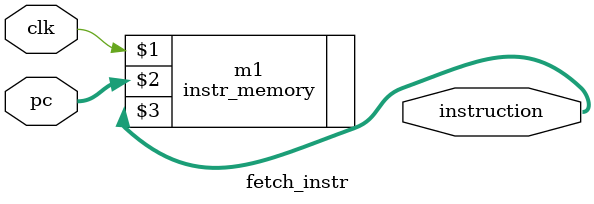
<source format=v>
`include "instr_memory.v"

module fetch_instr
#(
    parameter B = 32,
    parameter N = 8
)
(
    input wire clk,
    input wire [N-1:0] pc,
    output wire [B-1:0] instruction
);

instr_memory m1(clk, pc, instruction);

endmodule
</source>
